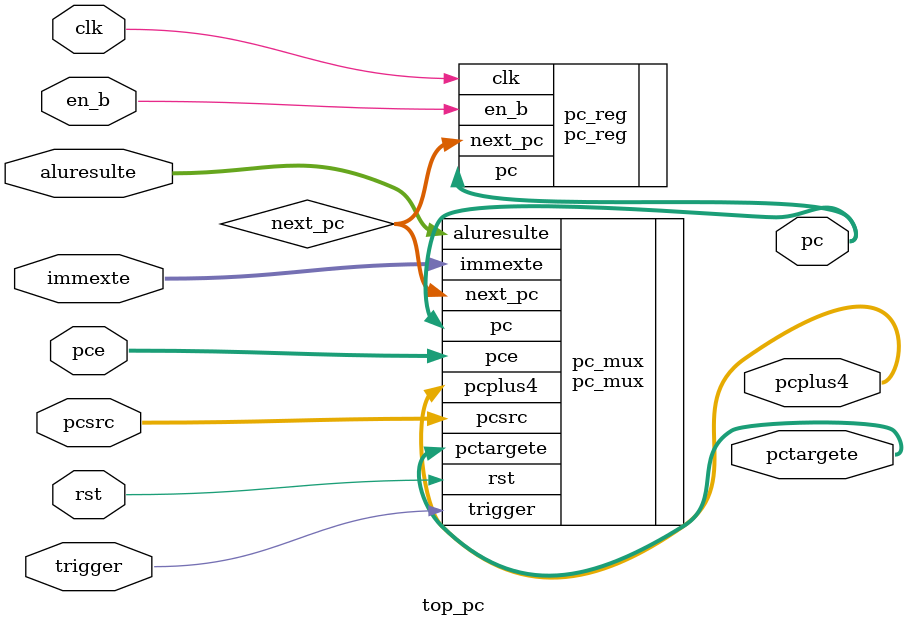
<source format=sv>
module top_pc #(
    parameter ADDRESS_WIDTH = 32,
              DATA_WIDTH = 32
)(
    input logic                     clk,
    input logic                     rst,
    input logic                     trigger,
    input logic                     en_b,   // enable (b)ar - enable for pc reg (deasserted if pipeline stalling)
    input logic [1:0]               pcsrc,
    input logic [DATA_WIDTH-1:0]    immexte,
    input logic [ADDRESS_WIDTH-1:0] pce,
    input logic [DATA_WIDTH-1:0]    aluresulte,
    
    output logic [ADDRESS_WIDTH-1:0] pcplus4,  // output this for use in result_mux (for jal instruction)
    output logic [ADDRESS_WIDTH-1:0] pctargete, // output this for use in result_mux (for auipc instruction)
    output logic [ADDRESS_WIDTH-1:0] pc
);

logic [ADDRESS_WIDTH-1:0] next_pc;

pc_reg pc_reg(
    .clk(clk),
    .next_pc(next_pc),
    .en_b(en_b),
    
    .pc(pc)
);

pc_mux pc_mux (
    .aluresulte(aluresulte),
    .immexte(immexte),
    .pce(pce),
    .pc(pc),
    .pcsrc(pcsrc),
    .rst(rst),
    .trigger(trigger),
    
    .pcplus4(pcplus4),
    .pctargete(pctargete),
    .next_pc(next_pc)
);

endmodule

</source>
